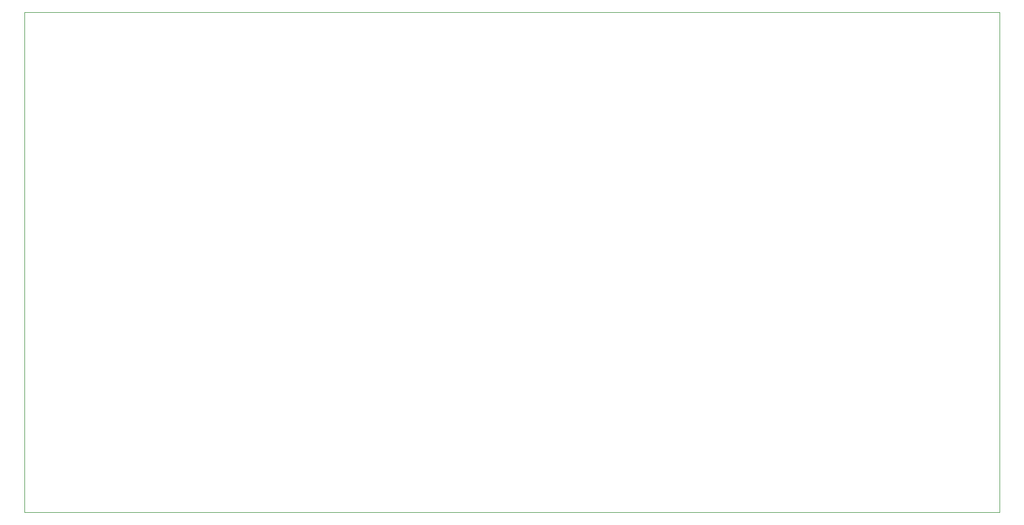
<source format=gbr>
G04 #@! TF.GenerationSoftware,KiCad,Pcbnew,(6.0.5)*
G04 #@! TF.CreationDate,2022-06-05T02:02:10-04:00*
G04 #@! TF.ProjectId,PB_16,50425f31-362e-46b6-9963-61645f706362,v1*
G04 #@! TF.SameCoordinates,Original*
G04 #@! TF.FileFunction,Profile,NP*
%FSLAX46Y46*%
G04 Gerber Fmt 4.6, Leading zero omitted, Abs format (unit mm)*
G04 Created by KiCad (PCBNEW (6.0.5)) date 2022-06-05 02:02:10*
%MOMM*%
%LPD*%
G01*
G04 APERTURE LIST*
G04 #@! TA.AperFunction,Profile*
%ADD10C,0.050000*%
G04 #@! TD*
G04 APERTURE END LIST*
D10*
X218801000Y-153617800D02*
X218801000Y-77417800D01*
X70201000Y-77417800D02*
X70201000Y-153617800D01*
X218801000Y-77417800D02*
X70201000Y-77417800D01*
X218801000Y-153617800D02*
X70201000Y-153617800D01*
M02*

</source>
